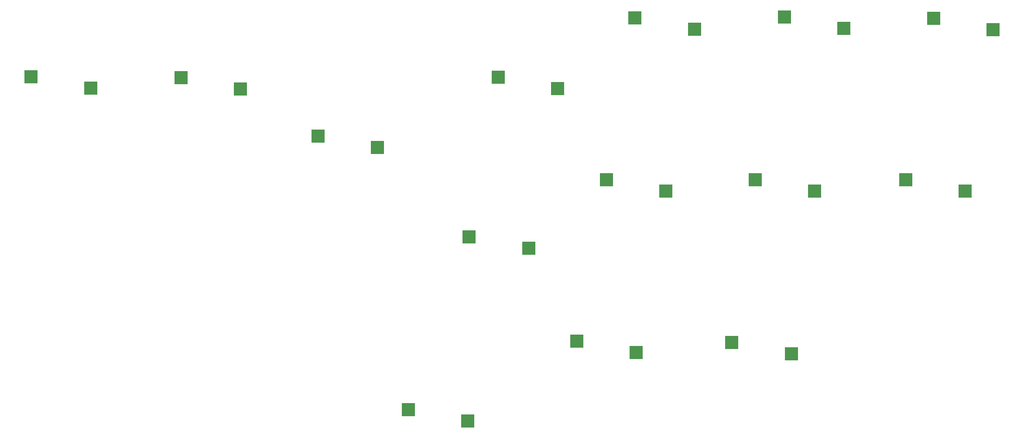
<source format=gbp>
%TF.GenerationSoftware,KiCad,Pcbnew,7.0.2*%
%TF.CreationDate,2023-08-30T11:11:25-04:00*%
%TF.ProjectId,Flatbox-rev5B,466c6174-626f-4782-9d72-657635422e6b,rev?*%
%TF.SameCoordinates,Original*%
%TF.FileFunction,Paste,Bot*%
%TF.FilePolarity,Positive*%
%FSLAX46Y46*%
G04 Gerber Fmt 4.6, Leading zero omitted, Abs format (unit mm)*
G04 Created by KiCad (PCBNEW 7.0.2) date 2023-08-30 11:11:25*
%MOMM*%
%LPD*%
G01*
G04 APERTURE LIST*
%ADD10R,2.600000X2.600000*%
G04 APERTURE END LIST*
D10*
X84045000Y-59220000D03*
X95595000Y-61420000D03*
X110645000Y-70570000D03*
X122195000Y-72770000D03*
X128145000Y-123670000D03*
X139695000Y-125870000D03*
X145585000Y-59160000D03*
X157135000Y-61360000D03*
X172145000Y-47630000D03*
X183695000Y-49830000D03*
X201115000Y-47510000D03*
X212665000Y-49710000D03*
X230085000Y-47750000D03*
X241635000Y-49950000D03*
X139975000Y-90200000D03*
X151525000Y-92400000D03*
X166585000Y-79090000D03*
X178135000Y-81290000D03*
X195435000Y-79090000D03*
X206985000Y-81290000D03*
X224645000Y-79090000D03*
X236195000Y-81290000D03*
X54950000Y-59100000D03*
X66500000Y-61300000D03*
X160809000Y-110382000D03*
X172359000Y-112582000D03*
X190943111Y-110636000D03*
X202493111Y-112836000D03*
M02*

</source>
